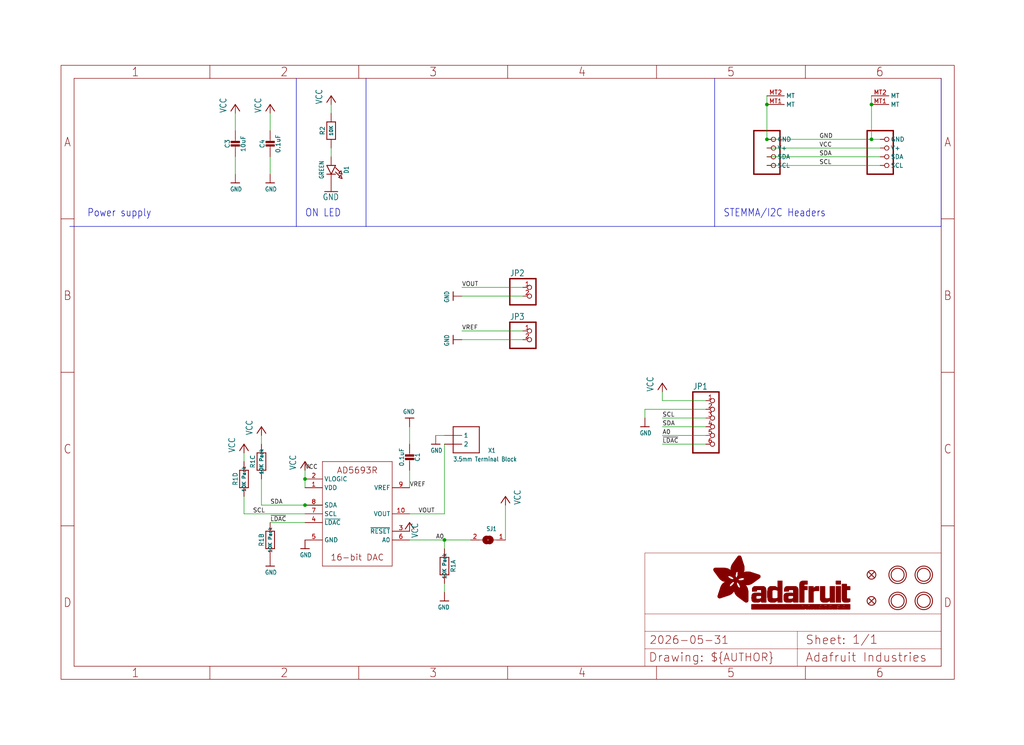
<source format=kicad_sch>
(kicad_sch (version 20231120) (generator "eeschema") (generator_version "8.0")
  (paper "User" 298.45 217.322)
  (lib_symbols
    (symbol "Adafruit AD5693R Breakout Board-eagle-import:AD5693R_10PIN_RMZ"
      (symbol "AD5693R_10PIN_RMZ_1_0"
        (text "16-bit DAC" (at 0 -12.7 0) (effects (font (size 1.778 1.778))))
        (text "AD5693R" (at 0 12.7 0) (effects (font (size 1.778 1.778))))
        (pin power_in line (at -15.24 7.62 0) (length 5.08) (name "VDD") (number "1"))
        (pin output line (at 15.24 0 180) (length 5.08) (name "VOUT") (number "10"))
        (pin power_in line (at -15.24 10.16 0) (length 5.08) (name "VLOGIC") (number "2"))
        (pin input line (at 15.24 -5.08 180) (length 5.08) (name "~{RESET}") (number "3"))
        (pin input line (at -15.24 -2.54 0) (length 5.08) (name "~{LDAC}") (number "4"))
        (pin power_in line (at -15.24 -7.62 0) (length 5.08) (name "GND") (number "5"))
        (pin input line (at 15.24 -7.62 180) (length 5.08) (name "A0") (number "6"))
        (pin bidirectional line (at -15.24 0 0) (length 5.08) (name "SCL") (number "7"))
        (pin bidirectional line (at -15.24 2.54 0) (length 5.08) (name "SDA") (number "8"))
        (pin power_in line (at 15.24 7.62 180) (length 5.08) (name "VREF") (number "9"))
      )
    )
    (symbol "Adafruit AD5693R Breakout Board-eagle-import:CAP_CERAMIC0603_NO"
      (property "Reference" "C" (at -2.29 1.25 90))
      (symbol "CAP_CERAMIC0603_NO_1_0"
        (pin passive line (at 0 5.08 270) (length 2.54) (name "1") (number "1"))
        (pin passive line (at 0 -2.54 90) (length 2.54) (name "2") (number "2"))
      )
    )
    (symbol "Adafruit AD5693R Breakout Board-eagle-import:CAP_CERAMIC0805-NOOUTLINE"
      (property "Reference" "C" (at -2.29 1.25 90))
      (symbol "CAP_CERAMIC0805-NOOUTLINE_1_0"
        (pin passive line (at 0 5.08 270) (length 2.54) (name "1") (number "1"))
        (pin passive line (at 0 -2.54 90) (length 2.54) (name "2") (number "2"))
      )
    )
    (symbol "Adafruit AD5693R Breakout Board-eagle-import:FIDUCIAL_1MM")
    (symbol "Adafruit AD5693R Breakout Board-eagle-import:FRAME_A4_ADAFRUIT"
      (symbol "FRAME_A4_ADAFRUIT_1_0"
        (text "${#}/${##}" (at 230.505 10.16 0) (effects (font (size 2.54 2.54)) (justify left bottom)))
        (text "${AUTHOR}" (at 189.23 5.08 0) (effects (font (size 2.286 2.286)) (justify left bottom)))
        (text "${CURRENT_DATE}" (at 171.45 10.16 0) (effects (font (size 2.286 2.286)) (justify left bottom)))
        (text "${PROJECTNAME}" (at 171.45 15.24 0) (effects (font (size 2.54 2.54)) (justify left bottom)))
        (text "1" (at 21.6958 1.905 0) (effects (font (size 2.54 2.286))))
        (text "1" (at 21.6958 177.165 0) (effects (font (size 2.54 2.286))))
        (text "2" (at 65.0875 1.905 0) (effects (font (size 2.54 2.286))))
        (text "2" (at 65.0875 177.165 0) (effects (font (size 2.54 2.286))))
        (text "3" (at 108.4792 1.905 0) (effects (font (size 2.54 2.286))))
        (text "3" (at 108.4792 177.165 0) (effects (font (size 2.54 2.286))))
        (text "4" (at 151.8708 1.905 0) (effects (font (size 2.54 2.286))))
        (text "4" (at 151.8708 177.165 0) (effects (font (size 2.54 2.286))))
        (text "5" (at 195.2625 1.905 0) (effects (font (size 2.54 2.286))))
        (text "5" (at 195.2625 177.165 0) (effects (font (size 2.54 2.286))))
        (text "6" (at 238.6542 1.905 0) (effects (font (size 2.54 2.286))))
        (text "6" (at 238.6542 177.165 0) (effects (font (size 2.54 2.286))))
        (text "A" (at 1.905 156.6863 0) (effects (font (size 2.54 2.286))))
        (text "A" (at 258.445 156.6863 0) (effects (font (size 2.54 2.286))))
        (text "Adafruit Industries" (at 216.916 4.953 0) (effects (font (size 2.54 2.54)) (justify left bottom)))
        (text "B" (at 1.905 111.9188 0) (effects (font (size 2.54 2.286))))
        (text "B" (at 258.445 111.9188 0) (effects (font (size 2.54 2.286))))
        (text "C" (at 1.905 67.1513 0) (effects (font (size 2.54 2.286))))
        (text "C" (at 258.445 67.1513 0) (effects (font (size 2.54 2.286))))
        (text "D" (at 1.905 22.3838 0) (effects (font (size 2.54 2.286))))
        (text "D" (at 258.445 22.3838 0) (effects (font (size 2.54 2.286))))
        (text "Drawing:" (at 171.196 4.953 0) (effects (font (size 2.54 2.54)) (justify left bottom)))
        (text "Sheet:" (at 216.916 10.033 0) (effects (font (size 2.54 2.54)) (justify left bottom)))
      )
    )
    (symbol "Adafruit AD5693R Breakout Board-eagle-import:GND" (power)
      (symbol "GND_1_0"
        (pin power_in line (at 0 2.54 270) (length 2.54) (name "GND") (number "1"))
      )
    )
    (symbol "Adafruit AD5693R Breakout Board-eagle-import:HEADER-1X2ROUND"
      (property "Reference" "JP" (at -6.35 5.715 0))
      (symbol "HEADER-1X2ROUND_1_0"
        (pin passive inverted (at -2.54 2.54 0) (length 2.54) (name "1") (number "1"))
        (pin passive inverted (at -2.54 0 0) (length 2.54) (name "2") (number "2"))
      )
    )
    (symbol "Adafruit AD5693R Breakout Board-eagle-import:HEADER-1X670MIL"
      (property "Reference" "JP" (at -6.35 10.795 0))
      (symbol "HEADER-1X670MIL_1_0"
        (pin passive inverted (at -2.54 7.62 0) (length 2.54) (name "1") (number "1"))
        (pin passive inverted (at -2.54 5.08 0) (length 2.54) (name "2") (number "2"))
        (pin passive inverted (at -2.54 2.54 0) (length 2.54) (name "3") (number "3"))
        (pin passive inverted (at -2.54 0 0) (length 2.54) (name "4") (number "4"))
        (pin passive inverted (at -2.54 -2.54 0) (length 2.54) (name "5") (number "5"))
        (pin passive inverted (at -2.54 -5.08 0) (length 2.54) (name "6") (number "6"))
      )
    )
    (symbol "Adafruit AD5693R Breakout Board-eagle-import:LED0603_NOOUTLINE"
      (property "Reference" "D" (at -1.27 4.445 0))
      (symbol "LED0603_NOOUTLINE_1_0"
        (pin passive line (at -5.08 0 0) (length 2.54) (name "A") (number "A"))
        (pin passive line (at 2.54 0 180) (length 2.54) (name "C") (number "C"))
      )
    )
    (symbol "Adafruit AD5693R Breakout Board-eagle-import:MOUNTINGHOLE2.5")
    (symbol "Adafruit AD5693R Breakout Board-eagle-import:RESISTOR_0603_NOOUT"
      (property "Reference" "R" (at 0 2.54 0))
      (symbol "RESISTOR_0603_NOOUT_1_0"
        (pin passive line (at -5.08 0 0) (length 2.54) (name "1") (number "1"))
        (pin passive line (at 5.08 0 180) (length 2.54) (name "2") (number "2"))
      )
    )
    (symbol "Adafruit AD5693R Breakout Board-eagle-import:RESISTOR_4PACK"
      (property "Reference" "R" (at 0 2.54 0))
      (symbol "RESISTOR_4PACK_1_0"
        (pin passive line (at -5.08 0 0) (length 2.54) (name "1") (number "1"))
        (pin passive line (at 5.08 0 180) (length 2.54) (name "2") (number "8"))
      )
      (symbol "RESISTOR_4PACK_2_0"
        (pin passive line (at -5.08 0 0) (length 2.54) (name "1") (number "2"))
        (pin passive line (at 5.08 0 180) (length 2.54) (name "2") (number "7"))
      )
      (symbol "RESISTOR_4PACK_3_0"
        (pin passive line (at -5.08 0 0) (length 2.54) (name "1") (number "3"))
        (pin passive line (at 5.08 0 180) (length 2.54) (name "2") (number "6"))
      )
      (symbol "RESISTOR_4PACK_4_0"
        (pin passive line (at -5.08 0 0) (length 2.54) (name "1") (number "4"))
        (pin passive line (at 5.08 0 180) (length 2.54) (name "2") (number "5"))
      )
    )
    (symbol "Adafruit AD5693R Breakout Board-eagle-import:SOLDERJUMPER"
      (property "Reference" "SJ" (at -2.54 2.54 0))
      (symbol "SOLDERJUMPER_1_0"
        (pin passive line (at -5.08 0 0) (length 2.54) (name "1") (number "1"))
        (pin passive line (at 5.08 0 180) (length 2.54) (name "2") (number "2"))
      )
    )
    (symbol "Adafruit AD5693R Breakout Board-eagle-import:STEMMA_I2C_QT"
      (symbol "STEMMA_I2C_QT_1_0"
        (pin passive inverted (at 0 5.08 0) (length 2.54) (name "GND") (number "1"))
        (pin passive inverted (at 0 2.54 0) (length 2.54) (name "V+") (number "2"))
        (pin passive inverted (at 0 0 0) (length 2.54) (name "SDA") (number "3"))
        (pin passive inverted (at 0 -2.54 0) (length 2.54) (name "SCL") (number "4"))
      )
      (symbol "STEMMA_I2C_QT_2_0"
        (pin bidirectional line (at 0 0 0) (length 5.08) (name "MT") (number "MT1"))
      )
      (symbol "STEMMA_I2C_QT_3_0"
        (pin bidirectional line (at 0 0 0) (length 5.08) (name "MT") (number "MT2"))
      )
    )
    (symbol "Adafruit AD5693R Breakout Board-eagle-import:TERMBLOCK_1X2_3.5MM"
      (property "Reference" "X" (at -2.54 7.62 0))
      (symbol "TERMBLOCK_1X2_3.5MM_1_0"
        (pin passive line (at -5.08 2.54 0) (length 5.08) (name "1") (number "1"))
        (pin passive line (at -5.08 0 0) (length 5.08) (name "2") (number "2"))
      )
    )
    (symbol "Adafruit AD5693R Breakout Board-eagle-import:VCC" (power)
      (symbol "VCC_1_0"
        (pin power_in line (at 0 -2.54 90) (length 2.54) (name "VCC") (number "1"))
      )
    )
    (symbol "Adafruit AD5693R Breakout Board-eagle-import:supply1_GND" (power)
      (symbol "supply1_GND_1_0"
        (pin power_in line (at 0 2.54 270) (length 2.54) (name "GND") (number "1"))
      )
    )
  )
  (junction (at 254 40.64))
  (junction (at 254 30.48))
  (junction (at 223.52 40.64))
  (junction (at 88.9 139.7))
  (junction (at 223.52 30.48))
  (junction (at 88.9 147.32))
  (junction (at 129.54 157.48))
  (polyline (pts (xy 20.32 66.04) (xy 86.36 66.04)) (stroke (width 0.1524) (type solid)))
  (wire (pts (xy 152.4 99.06) (xy 134.62 99.06)) (stroke (width 0.1524)))
  (wire (pts (xy 205.74 119.38) (xy 187.96 119.38)) (stroke (width 0.1524)))
  (wire (pts (xy 134.62 86.36) (xy 152.4 86.36)) (stroke (width 0.1524)))
  (wire (pts (xy 119.38 157.48) (xy 129.54 157.48)) (stroke (width 0.1524)))
  (wire (pts (xy 129.54 127) (xy 127 127)) (stroke (width 0.1524)))
  (wire (pts (xy 223.52 48.26) (xy 256.54 48.26)) (stroke (width 0.1524)))
  (polyline (pts (xy 274.32 22.86) (xy 274.32 66.04)) (stroke (width 0.1524) (type solid)))
  (wire (pts (xy 187.96 119.38) (xy 187.96 121.92)) (stroke (width 0.1524)))
  (wire (pts (xy 68.58 33.02) (xy 68.58 38.1)) (stroke (width 0.1524)))
  (wire (pts (xy 193.04 116.84) (xy 193.04 114.3)) (stroke (width 0.1524)))
  (polyline (pts (xy 86.36 66.04) (xy 106.68 66.04)) (stroke (width 0.1524) (type solid)))
  (polyline (pts (xy 208.28 66.04) (xy 274.32 66.04)) (stroke (width 0.1524) (type solid)))
  (wire (pts (xy 119.38 142.24) (xy 119.38 137.16)) (stroke (width 0.1524)))
  (wire (pts (xy 93.98 147.32) (xy 88.9 147.32)) (stroke (width 0.1524)))
  (wire (pts (xy 119.38 149.86) (xy 129.54 149.86)) (stroke (width 0.1524)))
  (wire (pts (xy 78.74 33.02) (xy 78.74 38.1)) (stroke (width 0.1524)))
  (wire (pts (xy 254 40.64) (xy 223.52 40.64)) (stroke (width 0.1524)))
  (polyline (pts (xy 106.68 66.04) (xy 208.28 66.04)) (stroke (width 0.1524) (type solid)))
  (wire (pts (xy 129.54 170.18) (xy 129.54 172.72)) (stroke (width 0.1524)))
  (wire (pts (xy 256.54 45.72) (xy 223.52 45.72)) (stroke (width 0.1524)))
  (wire (pts (xy 152.4 96.52) (xy 134.62 96.52)) (stroke (width 0.1524)))
  (wire (pts (xy 205.74 129.54) (xy 193.04 129.54)) (stroke (width 0.1524)))
  (wire (pts (xy 205.74 116.84) (xy 193.04 116.84)) (stroke (width 0.1524)))
  (wire (pts (xy 71.12 149.86) (xy 71.12 144.78)) (stroke (width 0.1524)))
  (wire (pts (xy 88.9 147.32) (xy 76.2 147.32)) (stroke (width 0.1524)))
  (wire (pts (xy 152.4 83.82) (xy 134.62 83.82)) (stroke (width 0.1524)))
  (wire (pts (xy 71.12 134.62) (xy 71.12 132.08)) (stroke (width 0.1524)))
  (wire (pts (xy 254 30.48) (xy 254 40.64)) (stroke (width 0.1524)))
  (wire (pts (xy 78.74 45.72) (xy 78.74 50.8)) (stroke (width 0.1524)))
  (wire (pts (xy 223.52 43.18) (xy 256.54 43.18)) (stroke (width 0.1524)))
  (wire (pts (xy 254 27.94) (xy 254 30.48)) (stroke (width 0.1524)))
  (wire (pts (xy 223.52 30.48) (xy 223.52 40.64)) (stroke (width 0.1524)))
  (wire (pts (xy 205.74 121.92) (xy 193.04 121.92)) (stroke (width 0.1524)))
  (wire (pts (xy 68.58 45.72) (xy 68.58 50.8)) (stroke (width 0.1524)))
  (polyline (pts (xy 86.36 22.86) (xy 86.36 66.04)) (stroke (width 0.1524) (type solid)))
  (wire (pts (xy 205.74 124.46) (xy 193.04 124.46)) (stroke (width 0.1524)))
  (polyline (pts (xy 208.28 22.86) (xy 208.28 66.04)) (stroke (width 0.1524) (type solid)))
  (wire (pts (xy 129.54 149.86) (xy 129.54 129.54)) (stroke (width 0.1524)))
  (wire (pts (xy 88.9 149.86) (xy 71.12 149.86)) (stroke (width 0.1524)))
  (wire (pts (xy 205.74 127) (xy 193.04 127)) (stroke (width 0.1524)))
  (wire (pts (xy 137.16 157.48) (xy 129.54 157.48)) (stroke (width 0.1524)))
  (wire (pts (xy 223.52 27.94) (xy 223.52 30.48)) (stroke (width 0.1524)))
  (wire (pts (xy 256.54 40.64) (xy 254 40.64)) (stroke (width 0.1524)))
  (wire (pts (xy 96.52 30.48) (xy 96.52 33.02)) (stroke (width 0.1524)))
  (wire (pts (xy 88.9 152.4) (xy 78.74 152.4)) (stroke (width 0.1524)))
  (wire (pts (xy 76.2 147.32) (xy 76.2 139.7)) (stroke (width 0.1524)))
  (wire (pts (xy 129.54 157.48) (xy 129.54 160.02)) (stroke (width 0.1524)))
  (wire (pts (xy 96.52 45.72) (xy 96.52 43.18)) (stroke (width 0.1524)))
  (wire (pts (xy 88.9 139.7) (xy 88.9 142.24)) (stroke (width 0.1524)))
  (wire (pts (xy 119.38 129.54) (xy 119.38 124.46)) (stroke (width 0.1524)))
  (wire (pts (xy 88.9 139.7) (xy 88.9 137.16)) (stroke (width 0.1524)))
  (polyline (pts (xy 106.68 22.86) (xy 106.68 66.04)) (stroke (width 0.1524) (type solid)))
  (wire (pts (xy 147.32 157.48) (xy 147.32 147.32)) (stroke (width 0.1524)))
  (wire (pts (xy 76.2 129.54) (xy 76.2 127)) (stroke (width 0.1524)))
  (text "STEMMA/I2C Headers" (at 210.82 63.5 0) (effects (font (size 2.1844 1.8567)) (justify left bottom)))
  (text "Power supply" (at 25.4 63.5 0) (effects (font (size 2.1844 1.8567)) (justify left bottom)))
  (text "ON LED" (at 88.9 63.5 0) (effects (font (size 2.1844 1.8567)) (justify left bottom)))
  (label "SDA" (at 193.04 124.46 0) (effects (font (size 1.2446 1.2446))))
  (label "VCC" (at 88.9 137.16 0) (effects (font (size 1.2446 1.2446))))
  (label "VCC" (at 238.76 43.18 0) (effects (font (size 1.2446 1.2446))))
  (label "SCL" (at 193.04 121.92 0) (effects (font (size 1.2446 1.2446))))
  (label "SCL" (at 73.66 149.86 0) (effects (font (size 1.2446 1.2446))))
  (label "SDA" (at 78.74 147.32 0) (effects (font (size 1.2446 1.2446))))
  (label "VREF" (at 134.62 96.52 0) (effects (font (size 1.2446 1.2446))))
  (label "A0" (at 127 157.48 0) (effects (font (size 1.2446 1.2446))))
  (label "VOUT" (at 134.62 83.82 0) (effects (font (size 1.2446 1.2446))))
  (label "~{LDAC}" (at 193.04 129.54 0) (effects (font (size 1.2446 1.2446))))
  (label "VREF" (at 119.38 142.24 0) (effects (font (size 1.2446 1.2446))))
  (label "SDA" (at 238.76 45.72 0) (effects (font (size 1.2446 1.2446))))
  (label "SCL" (at 238.76 48.26 0) (effects (font (size 1.2446 1.2446))))
  (label "A0" (at 193.04 127 0) (effects (font (size 1.2446 1.2446))))
  (label "~{LDAC}" (at 78.74 152.4 0) (effects (font (size 1.2446 1.2446))))
  (label "GND" (at 238.76 40.64 0) (effects (font (size 1.2446 1.2446))))
  (label "VOUT" (at 121.92 149.86 0) (effects (font (size 1.2446 1.2446))))
  (symbol (lib_id "Adafruit AD5693R Breakout Board-eagle-import:VCC") (at 147.32 144.78 0) (mirror y) (unit 1)
    (property "Reference" "#P+8" (effects (hide yes)))
    (property "Value" "VCC" (at 149.86 147.32 90) (effects (font (size 1.778 1.5113)) (justify left bottom)))
  )
  (symbol (lib_id "Adafruit AD5693R Breakout Board-eagle-import:LED0603_NOOUTLINE") (at 96.52 50.8 270) (unit 1)
    (property "Reference" "D1" (at 100.965 49.53 0) (effects (font (size 1.27 1.0795))))
    (property "Value" "GREEN" (at 93.726 49.53 0) (effects (font (size 1.27 1.0795))))
    (property "Footprint" "Adafruit AD5693R Breakout Board:CHIPLED_0603_NOOUTLINE" (effects (hide yes)))
  )
  (symbol (lib_id "Adafruit AD5693R Breakout Board-eagle-import:HEADER-1X2ROUND") (at 154.94 86.36 0) (unit 1)
    (property "Reference" "JP2" (at 148.59 80.645 0) (effects (font (size 1.778 1.5113)) (justify left bottom)))
    (property "Value" "HEADER-1X2ROUND" (effects (hide yes)))
    (property "Footprint" "Adafruit AD5693R Breakout Board:1X02_ROUND" (effects (hide yes)))
  )
  (symbol (lib_id "Adafruit AD5693R Breakout Board-eagle-import:HEADER-1X2ROUND") (at 154.94 99.06 0) (unit 1)
    (property "Reference" "JP3" (at 148.59 93.345 0) (effects (font (size 1.778 1.5113)) (justify left bottom)))
    (property "Value" "HEADER-1X2ROUND" (effects (hide yes)))
    (property "Footprint" "Adafruit AD5693R Breakout Board:1X02_ROUND" (effects (hide yes)))
  )
  (symbol (lib_id "Adafruit AD5693R Breakout Board-eagle-import:AD5693R_10PIN_RMZ") (at 104.14 149.86 0) (unit 1)
    (property "Reference" "IC2" (effects (hide yes)))
    (property "Value" "AD5693R_10PIN_RMZ" (effects (hide yes)))
    (property "Footprint" "Adafruit AD5693R Breakout Board:MSOP10" (effects (hide yes)))
  )
  (symbol (lib_id "Adafruit AD5693R Breakout Board-eagle-import:MOUNTINGHOLE2.5") (at 261.62 175.26 0) (unit 1)
    (property "Reference" "U$20" (effects (hide yes)))
    (property "Value" "MOUNTINGHOLE2.5" (effects (hide yes)))
    (property "Footprint" "Adafruit AD5693R Breakout Board:MOUNTINGHOLE_2.5_PLATED" (effects (hide yes)))
  )
  (symbol (lib_id "Adafruit AD5693R Breakout Board-eagle-import:CAP_CERAMIC0603_NO") (at 119.38 132.08 180) (unit 1)
    (property "Reference" "C1" (at 121.67 133.33 90))
    (property "Value" "0.1uF" (at 117.08 133.33 90))
    (property "Footprint" "Adafruit AD5693R Breakout Board:0603-NO" (effects (hide yes)))
  )
  (symbol (lib_id "Adafruit AD5693R Breakout Board-eagle-import:VCC") (at 68.58 30.48 0) (unit 1)
    (property "Reference" "#P+1" (effects (hide yes)))
    (property "Value" "VCC" (at 66.04 33.02 90) (effects (font (size 1.778 1.5113)) (justify left bottom)))
  )
  (symbol (lib_id "Adafruit AD5693R Breakout Board-eagle-import:VCC") (at 193.04 111.76 0) (unit 1)
    (property "Reference" "#P+5" (effects (hide yes)))
    (property "Value" "VCC" (at 190.5 114.3 90) (effects (font (size 1.778 1.5113)) (justify left bottom)))
  )
  (symbol (lib_id "Adafruit AD5693R Breakout Board-eagle-import:CAP_CERAMIC0805-NOOUTLINE") (at 68.58 43.18 0) (unit 1)
    (property "Reference" "C3" (at 66.29 41.93 90))
    (property "Value" "10uF" (at 70.88 41.93 90))
    (property "Footprint" "Adafruit AD5693R Breakout Board:0805-NO" (effects (hide yes)))
  )
  (symbol (lib_id "Adafruit AD5693R Breakout Board-eagle-import:VCC") (at 78.74 30.48 0) (unit 1)
    (property "Reference" "#P+2" (effects (hide yes)))
    (property "Value" "VCC" (at 76.2 33.02 90) (effects (font (size 1.778 1.5113)) (justify left bottom)))
  )
  (symbol (lib_id "Adafruit AD5693R Breakout Board-eagle-import:VCC") (at 96.52 27.94 0) (unit 1)
    (property "Reference" "#P+3" (effects (hide yes)))
    (property "Value" "VCC" (at 93.98 30.48 90) (effects (font (size 1.778 1.5113)) (justify left bottom)))
  )
  (symbol (lib_id "Adafruit AD5693R Breakout Board-eagle-import:GND") (at 78.74 165.1 0) (unit 1)
    (property "Reference" "#U$13" (effects (hide yes)))
    (property "Value" "GND" (at 77.216 167.64 0) (effects (font (size 1.27 1.0795)) (justify left bottom)))
  )
  (symbol (lib_id "Adafruit AD5693R Breakout Board-eagle-import:RESISTOR_4PACK") (at 71.12 139.7 90) (unit 4)
    (property "Reference" "R1" (at 68.58 139.7 0))
    (property "Value" "10K Pack" (at 71.12 139.7 0) (effects (font (size 1.016 1.016) (bold yes))))
    (property "Footprint" "Adafruit AD5693R Breakout Board:RESPACK_4X0603" (effects (hide yes)))
  )
  (symbol (lib_id "Adafruit AD5693R Breakout Board-eagle-import:STEMMA_I2C_QT") (at 223.52 30.48 0) (unit 2)
    (property "Reference" "CONN3" (effects (hide yes)))
    (property "Value" "STEMMA_I2C_QT" (effects (hide yes)))
    (property "Footprint" "Adafruit AD5693R Breakout Board:JST_SH4" (effects (hide yes)))
  )
  (symbol (lib_id "Adafruit AD5693R Breakout Board-eagle-import:GND") (at 132.08 86.36 270) (unit 1)
    (property "Reference" "#U$15" (effects (hide yes)))
    (property "Value" "GND" (at 129.54 84.836 0) (effects (font (size 1.27 1.0795)) (justify left bottom)))
  )
  (symbol (lib_id "Adafruit AD5693R Breakout Board-eagle-import:RESISTOR_0603_NOOUT") (at 96.52 38.1 90) (unit 1)
    (property "Reference" "R2" (at 93.98 38.1 0))
    (property "Value" "10K" (at 96.52 38.1 0) (effects (font (size 1.016 1.016) (bold yes))))
    (property "Footprint" "Adafruit AD5693R Breakout Board:0603-NO" (effects (hide yes)))
  )
  (symbol (lib_id "Adafruit AD5693R Breakout Board-eagle-import:FIDUCIAL_1MM") (at 254 167.64 0) (unit 1)
    (property "Reference" "FID4" (effects (hide yes)))
    (property "Value" "FIDUCIAL_1MM" (effects (hide yes)))
    (property "Footprint" "Adafruit AD5693R Breakout Board:FIDUCIAL_1MM" (effects (hide yes)))
  )
  (symbol (lib_id "Adafruit AD5693R Breakout Board-eagle-import:RESISTOR_4PACK") (at 129.54 165.1 270) (mirror x) (unit 1)
    (property "Reference" "R1" (at 132.08 165.1 0))
    (property "Value" "10K Pack" (at 129.54 165.1 0) (effects (font (size 1.016 1.016) (bold yes))))
    (property "Footprint" "Adafruit AD5693R Breakout Board:RESPACK_4X0603" (effects (hide yes)))
  )
  (symbol (lib_id "Adafruit AD5693R Breakout Board-eagle-import:FIDUCIAL_1MM") (at 254 175.26 0) (unit 1)
    (property "Reference" "FID3" (effects (hide yes)))
    (property "Value" "FIDUCIAL_1MM" (effects (hide yes)))
    (property "Footprint" "Adafruit AD5693R Breakout Board:FIDUCIAL_1MM" (effects (hide yes)))
  )
  (symbol (lib_id "Adafruit AD5693R Breakout Board-eagle-import:GND") (at 78.74 53.34 0) (unit 1)
    (property "Reference" "#U$14" (effects (hide yes)))
    (property "Value" "GND" (at 77.216 55.88 0) (effects (font (size 1.27 1.0795)) (justify left bottom)))
  )
  (symbol (lib_id "Adafruit AD5693R Breakout Board-eagle-import:MOUNTINGHOLE2.5") (at 269.24 175.26 0) (unit 1)
    (property "Reference" "U$27" (effects (hide yes)))
    (property "Value" "MOUNTINGHOLE2.5" (effects (hide yes)))
    (property "Footprint" "Adafruit AD5693R Breakout Board:MOUNTINGHOLE_2.5_PLATED" (effects (hide yes)))
  )
  (symbol (lib_id "Adafruit AD5693R Breakout Board-eagle-import:GND") (at 88.9 160.02 0) (unit 1)
    (property "Reference" "#U$9" (effects (hide yes)))
    (property "Value" "GND" (at 87.376 162.56 0) (effects (font (size 1.27 1.0795)) (justify left bottom)))
  )
  (symbol (lib_id "Adafruit AD5693R Breakout Board-eagle-import:STEMMA_I2C_QT") (at 223.52 27.94 0) (unit 3)
    (property "Reference" "CONN3" (effects (hide yes)))
    (property "Value" "STEMMA_I2C_QT" (effects (hide yes)))
    (property "Footprint" "Adafruit AD5693R Breakout Board:JST_SH4" (effects (hide yes)))
  )
  (symbol (lib_id "Adafruit AD5693R Breakout Board-eagle-import:GND") (at 119.38 121.92 180) (unit 1)
    (property "Reference" "#U$11" (effects (hide yes)))
    (property "Value" "GND" (at 120.904 119.38 0) (effects (font (size 1.27 1.0795)) (justify left bottom)))
  )
  (symbol (lib_id "Adafruit AD5693R Breakout Board-eagle-import:GND") (at 68.58 53.34 0) (unit 1)
    (property "Reference" "#U$12" (effects (hide yes)))
    (property "Value" "GND" (at 67.056 55.88 0) (effects (font (size 1.27 1.0795)) (justify left bottom)))
  )
  (symbol (lib_id "Adafruit AD5693R Breakout Board-eagle-import:MOUNTINGHOLE2.5") (at 269.24 167.64 0) (unit 1)
    (property "Reference" "U$25" (effects (hide yes)))
    (property "Value" "MOUNTINGHOLE2.5" (effects (hide yes)))
    (property "Footprint" "Adafruit AD5693R Breakout Board:MOUNTINGHOLE_2.5_PLATED" (effects (hide yes)))
  )
  (symbol (lib_id "Adafruit AD5693R Breakout Board-eagle-import:GND") (at 127 129.54 0) (unit 1)
    (property "Reference" "#U$1" (effects (hide yes)))
    (property "Value" "GND" (at 125.476 132.08 0) (effects (font (size 1.27 1.0795)) (justify left bottom)))
  )
  (symbol (lib_id "Adafruit AD5693R Breakout Board-eagle-import:VCC") (at 119.38 152.4 0) (mirror y) (unit 1)
    (property "Reference" "#P+4" (effects (hide yes)))
    (property "Value" "VCC" (at 121.92 152.4 90) (effects (font (size 1.778 1.5113)) (justify right top)))
  )
  (symbol (lib_id "Adafruit AD5693R Breakout Board-eagle-import:VCC") (at 76.2 124.46 0) (unit 1)
    (property "Reference" "#P+6" (effects (hide yes)))
    (property "Value" "VCC" (at 73.66 127 90) (effects (font (size 1.778 1.5113)) (justify left bottom)))
  )
  (symbol (lib_id "Adafruit AD5693R Breakout Board-eagle-import:SOLDERJUMPER") (at 142.24 157.48 0) (mirror y) (unit 1)
    (property "Reference" "SJ1" (at 144.78 154.94 0) (effects (font (size 1.27 1.0795)) (justify left bottom)))
    (property "Value" "SOLDERJUMPER" (effects (hide yes)))
    (property "Footprint" "Adafruit AD5693R Breakout Board:SOLDERJUMPER_ARROW_NOPASTE" (effects (hide yes)))
  )
  (symbol (lib_id "Adafruit AD5693R Breakout Board-eagle-import:GND") (at 187.96 124.46 0) (unit 1)
    (property "Reference" "#U$10" (effects (hide yes)))
    (property "Value" "GND" (at 186.436 127 0) (effects (font (size 1.27 1.0795)) (justify left bottom)))
  )
  (symbol (lib_id "Adafruit AD5693R Breakout Board-eagle-import:supply1_GND") (at 96.52 55.88 0) (unit 1)
    (property "Reference" "#GND6" (effects (hide yes)))
    (property "Value" "GND" (at 93.98 58.42 0) (effects (font (size 1.778 1.5113)) (justify left bottom)))
  )
  (symbol (lib_id "Adafruit AD5693R Breakout Board-eagle-import:STEMMA_I2C_QT") (at 256.54 45.72 0) (unit 1)
    (property "Reference" "CONN4" (effects (hide yes)))
    (property "Value" "STEMMA_I2C_QT" (effects (hide yes)))
    (property "Footprint" "Adafruit AD5693R Breakout Board:JST_SH4" (effects (hide yes)))
  )
  (symbol (lib_id "Adafruit AD5693R Breakout Board-eagle-import:STEMMA_I2C_QT") (at 223.52 45.72 0) (unit 1)
    (property "Reference" "CONN3" (effects (hide yes)))
    (property "Value" "STEMMA_I2C_QT" (effects (hide yes)))
    (property "Footprint" "Adafruit AD5693R Breakout Board:JST_SH4" (effects (hide yes)))
  )
  (symbol (lib_id "Adafruit AD5693R Breakout Board-eagle-import:RESISTOR_4PACK") (at 76.2 134.62 90) (unit 3)
    (property "Reference" "R1" (at 73.66 134.62 0))
    (property "Value" "10K Pack" (at 76.2 134.62 0) (effects (font (size 1.016 1.016) (bold yes))))
    (property "Footprint" "Adafruit AD5693R Breakout Board:RESPACK_4X0603" (effects (hide yes)))
  )
  (symbol (lib_id "Adafruit AD5693R Breakout Board-eagle-import:CAP_CERAMIC0603_NO") (at 78.74 43.18 0) (unit 1)
    (property "Reference" "C4" (at 76.45 41.93 90))
    (property "Value" "0.1uF" (at 81.04 41.93 90))
    (property "Footprint" "Adafruit AD5693R Breakout Board:0603-NO" (effects (hide yes)))
  )
  (symbol (lib_id "Adafruit AD5693R Breakout Board-eagle-import:STEMMA_I2C_QT") (at 254 27.94 0) (unit 3)
    (property "Reference" "CONN4" (effects (hide yes)))
    (property "Value" "STEMMA_I2C_QT" (effects (hide yes)))
    (property "Footprint" "Adafruit AD5693R Breakout Board:JST_SH4" (effects (hide yes)))
  )
  (symbol (lib_id "Adafruit AD5693R Breakout Board-eagle-import:HEADER-1X670MIL") (at 208.28 124.46 0) (unit 1)
    (property "Reference" "JP1" (at 201.93 113.665 0) (effects (font (size 1.778 1.5113)) (justify left bottom)))
    (property "Value" "HEADER-1X670MIL" (effects (hide yes)))
    (property "Footprint" "Adafruit AD5693R Breakout Board:1X06_ROUND_70" (effects (hide yes)))
  )
  (symbol (lib_id "Adafruit AD5693R Breakout Board-eagle-import:VCC") (at 88.9 134.62 0) (unit 1)
    (property "Reference" "#P+9" (effects (hide yes)))
    (property "Value" "VCC" (at 86.36 137.16 90) (effects (font (size 1.778 1.5113)) (justify left bottom)))
  )
  (symbol (lib_id "Adafruit AD5693R Breakout Board-eagle-import:MOUNTINGHOLE2.5") (at 261.62 167.64 0) (unit 1)
    (property "Reference" "U$21" (effects (hide yes)))
    (property "Value" "MOUNTINGHOLE2.5" (effects (hide yes)))
    (property "Footprint" "Adafruit AD5693R Breakout Board:MOUNTINGHOLE_2.5_PLATED" (effects (hide yes)))
  )
  (symbol (lib_id "Adafruit AD5693R Breakout Board-eagle-import:TERMBLOCK_1X2_3.5MM") (at 134.62 129.54 0) (unit 1)
    (property "Reference" "X1" (at 142.24 132.08 0) (effects (font (size 1.27 1.0795)) (justify left bottom)))
    (property "Value" "3.5mm Terminal Block" (at 132.08 134.62 0) (effects (font (size 1.27 1.0795)) (justify left bottom)))
    (property "Footprint" "Adafruit AD5693R Breakout Board:TERMBLOCK_1X2-3.5MM" (effects (hide yes)))
  )
  (symbol (lib_id "Adafruit AD5693R Breakout Board-eagle-import:STEMMA_I2C_QT") (at 254 30.48 0) (unit 2)
    (property "Reference" "CONN4" (effects (hide yes)))
    (property "Value" "STEMMA_I2C_QT" (effects (hide yes)))
    (property "Footprint" "Adafruit AD5693R Breakout Board:JST_SH4" (effects (hide yes)))
  )
  (symbol (lib_id "Adafruit AD5693R Breakout Board-eagle-import:GND") (at 132.08 99.06 270) (unit 1)
    (property "Reference" "#U$16" (effects (hide yes)))
    (property "Value" "GND" (at 129.54 97.536 0) (effects (font (size 1.27 1.0795)) (justify left bottom)))
  )
  (symbol (lib_id "Adafruit AD5693R Breakout Board-eagle-import:FRAME_A4_ADAFRUIT") (at 17.78 198.12 0) (unit 1)
    (property "Reference" "#U$22" (effects (hide yes)))
    (property "Value" "FRAME_A4_ADAFRUIT" (effects (hide yes)))
  )
  (symbol (lib_id "Adafruit AD5693R Breakout Board-eagle-import:RESISTOR_4PACK") (at 78.74 157.48 90) (unit 2)
    (property "Reference" "R1" (at 76.2 157.48 0))
    (property "Value" "10K Pack" (at 78.74 157.48 0) (effects (font (size 1.016 1.016) (bold yes))))
    (property "Footprint" "Adafruit AD5693R Breakout Board:RESPACK_4X0603" (effects (hide yes)))
  )
  (symbol (lib_id "Adafruit AD5693R Breakout Board-eagle-import:VCC") (at 71.12 129.54 0) (unit 1)
    (property "Reference" "#P+7" (effects (hide yes)))
    (property "Value" "VCC" (at 68.58 132.08 90) (effects (font (size 1.778 1.5113)) (justify left bottom)))
  )
  (symbol (lib_id "Adafruit AD5693R Breakout Board-eagle-import:GND") (at 129.54 175.26 0) (mirror y) (unit 1)
    (property "Reference" "#U$6" (effects (hide yes)))
    (property "Value" "GND" (at 131.064 177.8 0) (effects (font (size 1.27 1.0795)) (justify left bottom)))
  )
)
</source>
